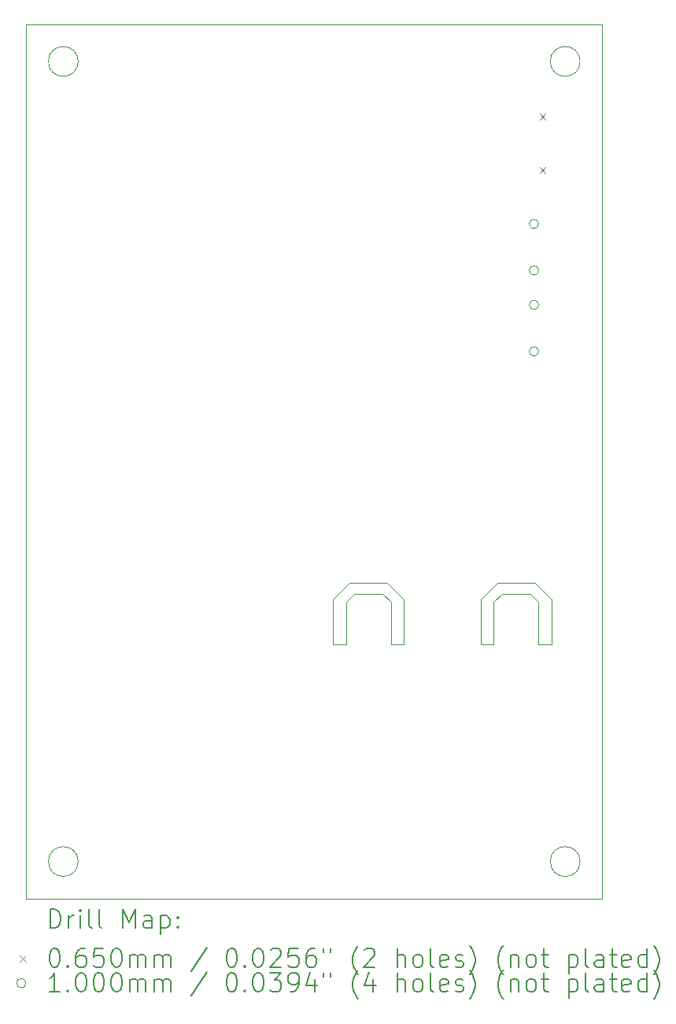
<source format=gbr>
%TF.GenerationSoftware,KiCad,Pcbnew,8.0.7*%
%TF.CreationDate,2025-01-28T00:23:56+01:00*%
%TF.ProjectId,CustomTemperatureController,43757374-6f6d-4546-956d-706572617475,rev?*%
%TF.SameCoordinates,Original*%
%TF.FileFunction,Drillmap*%
%TF.FilePolarity,Positive*%
%FSLAX45Y45*%
G04 Gerber Fmt 4.5, Leading zero omitted, Abs format (unit mm)*
G04 Created by KiCad (PCBNEW 8.0.7) date 2025-01-28 00:23:56*
%MOMM*%
%LPD*%
G01*
G04 APERTURE LIST*
%ADD10C,0.050000*%
%ADD11C,0.200000*%
%ADD12C,0.100000*%
G04 APERTURE END LIST*
D10*
X13860000Y-14600000D02*
G75*
G02*
X13540000Y-14600000I-160000J0D01*
G01*
X13540000Y-14600000D02*
G75*
G02*
X13860000Y-14600000I160000J0D01*
G01*
X8460000Y-14600000D02*
G75*
G02*
X8140000Y-14600000I-160000J0D01*
G01*
X8140000Y-14600000D02*
G75*
G02*
X8460000Y-14600000I160000J0D01*
G01*
X8460000Y-6000000D02*
G75*
G02*
X8140000Y-6000000I-160000J0D01*
G01*
X8140000Y-6000000D02*
G75*
G02*
X8460000Y-6000000I160000J0D01*
G01*
X13860000Y-6000000D02*
G75*
G02*
X13540000Y-6000000I-160000J0D01*
G01*
X13540000Y-6000000D02*
G75*
G02*
X13860000Y-6000000I160000J0D01*
G01*
X12788900Y-12268200D02*
X12788900Y-11785600D01*
X13373100Y-11607800D02*
X13550900Y-11785600D01*
X13322300Y-11722100D02*
X13411200Y-11811000D01*
X13411200Y-12268200D02*
X13411200Y-11811000D01*
X13550900Y-12268200D02*
X13550900Y-11785600D01*
X13373100Y-11607800D02*
X12966700Y-11607800D01*
X13017500Y-11722100D02*
X12928600Y-11811000D01*
X13550900Y-12268200D02*
X13411200Y-12268200D01*
X12928600Y-11811000D02*
X12928600Y-12268200D01*
X12928600Y-12268200D02*
X12788900Y-12268200D01*
X13322300Y-11722100D02*
X13017500Y-11722100D01*
X12788900Y-11785600D02*
X12966700Y-11607800D01*
X11201400Y-11785600D02*
X11379200Y-11607800D01*
X11785600Y-11607800D02*
X11379200Y-11607800D01*
X11785600Y-11607800D02*
X11963400Y-11785600D01*
X11963400Y-12268200D02*
X11823700Y-12268200D01*
X11734800Y-11722100D02*
X11823700Y-11811000D01*
X11823700Y-12268200D02*
X11823700Y-11811000D01*
X11963400Y-12268200D02*
X11963400Y-11785600D01*
X11201400Y-12268200D02*
X11201400Y-11785600D01*
X11341100Y-12268200D02*
X11201400Y-12268200D01*
X11341100Y-11811000D02*
X11341100Y-12268200D01*
X11430000Y-11722100D02*
X11341100Y-11811000D01*
X11734800Y-11722100D02*
X11430000Y-11722100D01*
X14100000Y-5600000D02*
X7900000Y-5600000D01*
X7900000Y-15000000D02*
X14100000Y-15000000D01*
X14100000Y-15000000D02*
X14100000Y-5600000D01*
X7900000Y-5600000D02*
X7900000Y-15000000D01*
D11*
D12*
X13425680Y-6557750D02*
X13490680Y-6622750D01*
X13490680Y-6557750D02*
X13425680Y-6622750D01*
X13425680Y-7135750D02*
X13490680Y-7200750D01*
X13490680Y-7135750D02*
X13425680Y-7200750D01*
X13414400Y-7746250D02*
G75*
G02*
X13314400Y-7746250I-50000J0D01*
G01*
X13314400Y-7746250D02*
G75*
G02*
X13414400Y-7746250I50000J0D01*
G01*
X13414400Y-8246250D02*
G75*
G02*
X13314400Y-8246250I-50000J0D01*
G01*
X13314400Y-8246250D02*
G75*
G02*
X13414400Y-8246250I50000J0D01*
G01*
X13414400Y-8617050D02*
G75*
G02*
X13314400Y-8617050I-50000J0D01*
G01*
X13314400Y-8617050D02*
G75*
G02*
X13414400Y-8617050I50000J0D01*
G01*
X13414400Y-9117050D02*
G75*
G02*
X13314400Y-9117050I-50000J0D01*
G01*
X13314400Y-9117050D02*
G75*
G02*
X13414400Y-9117050I50000J0D01*
G01*
D11*
X8158277Y-15313984D02*
X8158277Y-15113984D01*
X8158277Y-15113984D02*
X8205896Y-15113984D01*
X8205896Y-15113984D02*
X8234467Y-15123508D01*
X8234467Y-15123508D02*
X8253515Y-15142555D01*
X8253515Y-15142555D02*
X8263039Y-15161603D01*
X8263039Y-15161603D02*
X8272562Y-15199698D01*
X8272562Y-15199698D02*
X8272562Y-15228269D01*
X8272562Y-15228269D02*
X8263039Y-15266365D01*
X8263039Y-15266365D02*
X8253515Y-15285412D01*
X8253515Y-15285412D02*
X8234467Y-15304460D01*
X8234467Y-15304460D02*
X8205896Y-15313984D01*
X8205896Y-15313984D02*
X8158277Y-15313984D01*
X8358277Y-15313984D02*
X8358277Y-15180650D01*
X8358277Y-15218746D02*
X8367801Y-15199698D01*
X8367801Y-15199698D02*
X8377324Y-15190174D01*
X8377324Y-15190174D02*
X8396372Y-15180650D01*
X8396372Y-15180650D02*
X8415420Y-15180650D01*
X8482086Y-15313984D02*
X8482086Y-15180650D01*
X8482086Y-15113984D02*
X8472563Y-15123508D01*
X8472563Y-15123508D02*
X8482086Y-15133031D01*
X8482086Y-15133031D02*
X8491610Y-15123508D01*
X8491610Y-15123508D02*
X8482086Y-15113984D01*
X8482086Y-15113984D02*
X8482086Y-15133031D01*
X8605896Y-15313984D02*
X8586848Y-15304460D01*
X8586848Y-15304460D02*
X8577324Y-15285412D01*
X8577324Y-15285412D02*
X8577324Y-15113984D01*
X8710658Y-15313984D02*
X8691610Y-15304460D01*
X8691610Y-15304460D02*
X8682086Y-15285412D01*
X8682086Y-15285412D02*
X8682086Y-15113984D01*
X8939229Y-15313984D02*
X8939229Y-15113984D01*
X8939229Y-15113984D02*
X9005896Y-15256841D01*
X9005896Y-15256841D02*
X9072563Y-15113984D01*
X9072563Y-15113984D02*
X9072563Y-15313984D01*
X9253515Y-15313984D02*
X9253515Y-15209222D01*
X9253515Y-15209222D02*
X9243991Y-15190174D01*
X9243991Y-15190174D02*
X9224944Y-15180650D01*
X9224944Y-15180650D02*
X9186848Y-15180650D01*
X9186848Y-15180650D02*
X9167801Y-15190174D01*
X9253515Y-15304460D02*
X9234467Y-15313984D01*
X9234467Y-15313984D02*
X9186848Y-15313984D01*
X9186848Y-15313984D02*
X9167801Y-15304460D01*
X9167801Y-15304460D02*
X9158277Y-15285412D01*
X9158277Y-15285412D02*
X9158277Y-15266365D01*
X9158277Y-15266365D02*
X9167801Y-15247317D01*
X9167801Y-15247317D02*
X9186848Y-15237793D01*
X9186848Y-15237793D02*
X9234467Y-15237793D01*
X9234467Y-15237793D02*
X9253515Y-15228269D01*
X9348753Y-15180650D02*
X9348753Y-15380650D01*
X9348753Y-15190174D02*
X9367801Y-15180650D01*
X9367801Y-15180650D02*
X9405896Y-15180650D01*
X9405896Y-15180650D02*
X9424944Y-15190174D01*
X9424944Y-15190174D02*
X9434467Y-15199698D01*
X9434467Y-15199698D02*
X9443991Y-15218746D01*
X9443991Y-15218746D02*
X9443991Y-15275888D01*
X9443991Y-15275888D02*
X9434467Y-15294936D01*
X9434467Y-15294936D02*
X9424944Y-15304460D01*
X9424944Y-15304460D02*
X9405896Y-15313984D01*
X9405896Y-15313984D02*
X9367801Y-15313984D01*
X9367801Y-15313984D02*
X9348753Y-15304460D01*
X9529705Y-15294936D02*
X9539229Y-15304460D01*
X9539229Y-15304460D02*
X9529705Y-15313984D01*
X9529705Y-15313984D02*
X9520182Y-15304460D01*
X9520182Y-15304460D02*
X9529705Y-15294936D01*
X9529705Y-15294936D02*
X9529705Y-15313984D01*
X9529705Y-15190174D02*
X9539229Y-15199698D01*
X9539229Y-15199698D02*
X9529705Y-15209222D01*
X9529705Y-15209222D02*
X9520182Y-15199698D01*
X9520182Y-15199698D02*
X9529705Y-15190174D01*
X9529705Y-15190174D02*
X9529705Y-15209222D01*
D12*
X7832500Y-15610000D02*
X7897500Y-15675000D01*
X7897500Y-15610000D02*
X7832500Y-15675000D01*
D11*
X8196372Y-15533984D02*
X8215420Y-15533984D01*
X8215420Y-15533984D02*
X8234467Y-15543508D01*
X8234467Y-15543508D02*
X8243991Y-15553031D01*
X8243991Y-15553031D02*
X8253515Y-15572079D01*
X8253515Y-15572079D02*
X8263039Y-15610174D01*
X8263039Y-15610174D02*
X8263039Y-15657793D01*
X8263039Y-15657793D02*
X8253515Y-15695888D01*
X8253515Y-15695888D02*
X8243991Y-15714936D01*
X8243991Y-15714936D02*
X8234467Y-15724460D01*
X8234467Y-15724460D02*
X8215420Y-15733984D01*
X8215420Y-15733984D02*
X8196372Y-15733984D01*
X8196372Y-15733984D02*
X8177324Y-15724460D01*
X8177324Y-15724460D02*
X8167801Y-15714936D01*
X8167801Y-15714936D02*
X8158277Y-15695888D01*
X8158277Y-15695888D02*
X8148753Y-15657793D01*
X8148753Y-15657793D02*
X8148753Y-15610174D01*
X8148753Y-15610174D02*
X8158277Y-15572079D01*
X8158277Y-15572079D02*
X8167801Y-15553031D01*
X8167801Y-15553031D02*
X8177324Y-15543508D01*
X8177324Y-15543508D02*
X8196372Y-15533984D01*
X8348753Y-15714936D02*
X8358277Y-15724460D01*
X8358277Y-15724460D02*
X8348753Y-15733984D01*
X8348753Y-15733984D02*
X8339229Y-15724460D01*
X8339229Y-15724460D02*
X8348753Y-15714936D01*
X8348753Y-15714936D02*
X8348753Y-15733984D01*
X8529705Y-15533984D02*
X8491610Y-15533984D01*
X8491610Y-15533984D02*
X8472563Y-15543508D01*
X8472563Y-15543508D02*
X8463039Y-15553031D01*
X8463039Y-15553031D02*
X8443991Y-15581603D01*
X8443991Y-15581603D02*
X8434467Y-15619698D01*
X8434467Y-15619698D02*
X8434467Y-15695888D01*
X8434467Y-15695888D02*
X8443991Y-15714936D01*
X8443991Y-15714936D02*
X8453515Y-15724460D01*
X8453515Y-15724460D02*
X8472563Y-15733984D01*
X8472563Y-15733984D02*
X8510658Y-15733984D01*
X8510658Y-15733984D02*
X8529705Y-15724460D01*
X8529705Y-15724460D02*
X8539229Y-15714936D01*
X8539229Y-15714936D02*
X8548753Y-15695888D01*
X8548753Y-15695888D02*
X8548753Y-15648269D01*
X8548753Y-15648269D02*
X8539229Y-15629222D01*
X8539229Y-15629222D02*
X8529705Y-15619698D01*
X8529705Y-15619698D02*
X8510658Y-15610174D01*
X8510658Y-15610174D02*
X8472563Y-15610174D01*
X8472563Y-15610174D02*
X8453515Y-15619698D01*
X8453515Y-15619698D02*
X8443991Y-15629222D01*
X8443991Y-15629222D02*
X8434467Y-15648269D01*
X8729705Y-15533984D02*
X8634467Y-15533984D01*
X8634467Y-15533984D02*
X8624944Y-15629222D01*
X8624944Y-15629222D02*
X8634467Y-15619698D01*
X8634467Y-15619698D02*
X8653515Y-15610174D01*
X8653515Y-15610174D02*
X8701134Y-15610174D01*
X8701134Y-15610174D02*
X8720182Y-15619698D01*
X8720182Y-15619698D02*
X8729705Y-15629222D01*
X8729705Y-15629222D02*
X8739229Y-15648269D01*
X8739229Y-15648269D02*
X8739229Y-15695888D01*
X8739229Y-15695888D02*
X8729705Y-15714936D01*
X8729705Y-15714936D02*
X8720182Y-15724460D01*
X8720182Y-15724460D02*
X8701134Y-15733984D01*
X8701134Y-15733984D02*
X8653515Y-15733984D01*
X8653515Y-15733984D02*
X8634467Y-15724460D01*
X8634467Y-15724460D02*
X8624944Y-15714936D01*
X8863039Y-15533984D02*
X8882086Y-15533984D01*
X8882086Y-15533984D02*
X8901134Y-15543508D01*
X8901134Y-15543508D02*
X8910658Y-15553031D01*
X8910658Y-15553031D02*
X8920182Y-15572079D01*
X8920182Y-15572079D02*
X8929705Y-15610174D01*
X8929705Y-15610174D02*
X8929705Y-15657793D01*
X8929705Y-15657793D02*
X8920182Y-15695888D01*
X8920182Y-15695888D02*
X8910658Y-15714936D01*
X8910658Y-15714936D02*
X8901134Y-15724460D01*
X8901134Y-15724460D02*
X8882086Y-15733984D01*
X8882086Y-15733984D02*
X8863039Y-15733984D01*
X8863039Y-15733984D02*
X8843991Y-15724460D01*
X8843991Y-15724460D02*
X8834467Y-15714936D01*
X8834467Y-15714936D02*
X8824944Y-15695888D01*
X8824944Y-15695888D02*
X8815420Y-15657793D01*
X8815420Y-15657793D02*
X8815420Y-15610174D01*
X8815420Y-15610174D02*
X8824944Y-15572079D01*
X8824944Y-15572079D02*
X8834467Y-15553031D01*
X8834467Y-15553031D02*
X8843991Y-15543508D01*
X8843991Y-15543508D02*
X8863039Y-15533984D01*
X9015420Y-15733984D02*
X9015420Y-15600650D01*
X9015420Y-15619698D02*
X9024944Y-15610174D01*
X9024944Y-15610174D02*
X9043991Y-15600650D01*
X9043991Y-15600650D02*
X9072563Y-15600650D01*
X9072563Y-15600650D02*
X9091610Y-15610174D01*
X9091610Y-15610174D02*
X9101134Y-15629222D01*
X9101134Y-15629222D02*
X9101134Y-15733984D01*
X9101134Y-15629222D02*
X9110658Y-15610174D01*
X9110658Y-15610174D02*
X9129705Y-15600650D01*
X9129705Y-15600650D02*
X9158277Y-15600650D01*
X9158277Y-15600650D02*
X9177325Y-15610174D01*
X9177325Y-15610174D02*
X9186848Y-15629222D01*
X9186848Y-15629222D02*
X9186848Y-15733984D01*
X9282086Y-15733984D02*
X9282086Y-15600650D01*
X9282086Y-15619698D02*
X9291610Y-15610174D01*
X9291610Y-15610174D02*
X9310658Y-15600650D01*
X9310658Y-15600650D02*
X9339229Y-15600650D01*
X9339229Y-15600650D02*
X9358277Y-15610174D01*
X9358277Y-15610174D02*
X9367801Y-15629222D01*
X9367801Y-15629222D02*
X9367801Y-15733984D01*
X9367801Y-15629222D02*
X9377325Y-15610174D01*
X9377325Y-15610174D02*
X9396372Y-15600650D01*
X9396372Y-15600650D02*
X9424944Y-15600650D01*
X9424944Y-15600650D02*
X9443991Y-15610174D01*
X9443991Y-15610174D02*
X9453515Y-15629222D01*
X9453515Y-15629222D02*
X9453515Y-15733984D01*
X9843991Y-15524460D02*
X9672563Y-15781603D01*
X10101134Y-15533984D02*
X10120182Y-15533984D01*
X10120182Y-15533984D02*
X10139229Y-15543508D01*
X10139229Y-15543508D02*
X10148753Y-15553031D01*
X10148753Y-15553031D02*
X10158277Y-15572079D01*
X10158277Y-15572079D02*
X10167801Y-15610174D01*
X10167801Y-15610174D02*
X10167801Y-15657793D01*
X10167801Y-15657793D02*
X10158277Y-15695888D01*
X10158277Y-15695888D02*
X10148753Y-15714936D01*
X10148753Y-15714936D02*
X10139229Y-15724460D01*
X10139229Y-15724460D02*
X10120182Y-15733984D01*
X10120182Y-15733984D02*
X10101134Y-15733984D01*
X10101134Y-15733984D02*
X10082087Y-15724460D01*
X10082087Y-15724460D02*
X10072563Y-15714936D01*
X10072563Y-15714936D02*
X10063039Y-15695888D01*
X10063039Y-15695888D02*
X10053515Y-15657793D01*
X10053515Y-15657793D02*
X10053515Y-15610174D01*
X10053515Y-15610174D02*
X10063039Y-15572079D01*
X10063039Y-15572079D02*
X10072563Y-15553031D01*
X10072563Y-15553031D02*
X10082087Y-15543508D01*
X10082087Y-15543508D02*
X10101134Y-15533984D01*
X10253515Y-15714936D02*
X10263039Y-15724460D01*
X10263039Y-15724460D02*
X10253515Y-15733984D01*
X10253515Y-15733984D02*
X10243991Y-15724460D01*
X10243991Y-15724460D02*
X10253515Y-15714936D01*
X10253515Y-15714936D02*
X10253515Y-15733984D01*
X10386848Y-15533984D02*
X10405896Y-15533984D01*
X10405896Y-15533984D02*
X10424944Y-15543508D01*
X10424944Y-15543508D02*
X10434468Y-15553031D01*
X10434468Y-15553031D02*
X10443991Y-15572079D01*
X10443991Y-15572079D02*
X10453515Y-15610174D01*
X10453515Y-15610174D02*
X10453515Y-15657793D01*
X10453515Y-15657793D02*
X10443991Y-15695888D01*
X10443991Y-15695888D02*
X10434468Y-15714936D01*
X10434468Y-15714936D02*
X10424944Y-15724460D01*
X10424944Y-15724460D02*
X10405896Y-15733984D01*
X10405896Y-15733984D02*
X10386848Y-15733984D01*
X10386848Y-15733984D02*
X10367801Y-15724460D01*
X10367801Y-15724460D02*
X10358277Y-15714936D01*
X10358277Y-15714936D02*
X10348753Y-15695888D01*
X10348753Y-15695888D02*
X10339229Y-15657793D01*
X10339229Y-15657793D02*
X10339229Y-15610174D01*
X10339229Y-15610174D02*
X10348753Y-15572079D01*
X10348753Y-15572079D02*
X10358277Y-15553031D01*
X10358277Y-15553031D02*
X10367801Y-15543508D01*
X10367801Y-15543508D02*
X10386848Y-15533984D01*
X10529706Y-15553031D02*
X10539229Y-15543508D01*
X10539229Y-15543508D02*
X10558277Y-15533984D01*
X10558277Y-15533984D02*
X10605896Y-15533984D01*
X10605896Y-15533984D02*
X10624944Y-15543508D01*
X10624944Y-15543508D02*
X10634468Y-15553031D01*
X10634468Y-15553031D02*
X10643991Y-15572079D01*
X10643991Y-15572079D02*
X10643991Y-15591127D01*
X10643991Y-15591127D02*
X10634468Y-15619698D01*
X10634468Y-15619698D02*
X10520182Y-15733984D01*
X10520182Y-15733984D02*
X10643991Y-15733984D01*
X10824944Y-15533984D02*
X10729706Y-15533984D01*
X10729706Y-15533984D02*
X10720182Y-15629222D01*
X10720182Y-15629222D02*
X10729706Y-15619698D01*
X10729706Y-15619698D02*
X10748753Y-15610174D01*
X10748753Y-15610174D02*
X10796372Y-15610174D01*
X10796372Y-15610174D02*
X10815420Y-15619698D01*
X10815420Y-15619698D02*
X10824944Y-15629222D01*
X10824944Y-15629222D02*
X10834468Y-15648269D01*
X10834468Y-15648269D02*
X10834468Y-15695888D01*
X10834468Y-15695888D02*
X10824944Y-15714936D01*
X10824944Y-15714936D02*
X10815420Y-15724460D01*
X10815420Y-15724460D02*
X10796372Y-15733984D01*
X10796372Y-15733984D02*
X10748753Y-15733984D01*
X10748753Y-15733984D02*
X10729706Y-15724460D01*
X10729706Y-15724460D02*
X10720182Y-15714936D01*
X11005896Y-15533984D02*
X10967801Y-15533984D01*
X10967801Y-15533984D02*
X10948753Y-15543508D01*
X10948753Y-15543508D02*
X10939229Y-15553031D01*
X10939229Y-15553031D02*
X10920182Y-15581603D01*
X10920182Y-15581603D02*
X10910658Y-15619698D01*
X10910658Y-15619698D02*
X10910658Y-15695888D01*
X10910658Y-15695888D02*
X10920182Y-15714936D01*
X10920182Y-15714936D02*
X10929706Y-15724460D01*
X10929706Y-15724460D02*
X10948753Y-15733984D01*
X10948753Y-15733984D02*
X10986849Y-15733984D01*
X10986849Y-15733984D02*
X11005896Y-15724460D01*
X11005896Y-15724460D02*
X11015420Y-15714936D01*
X11015420Y-15714936D02*
X11024944Y-15695888D01*
X11024944Y-15695888D02*
X11024944Y-15648269D01*
X11024944Y-15648269D02*
X11015420Y-15629222D01*
X11015420Y-15629222D02*
X11005896Y-15619698D01*
X11005896Y-15619698D02*
X10986849Y-15610174D01*
X10986849Y-15610174D02*
X10948753Y-15610174D01*
X10948753Y-15610174D02*
X10929706Y-15619698D01*
X10929706Y-15619698D02*
X10920182Y-15629222D01*
X10920182Y-15629222D02*
X10910658Y-15648269D01*
X11101134Y-15533984D02*
X11101134Y-15572079D01*
X11177325Y-15533984D02*
X11177325Y-15572079D01*
X11472563Y-15810174D02*
X11463039Y-15800650D01*
X11463039Y-15800650D02*
X11443991Y-15772079D01*
X11443991Y-15772079D02*
X11434468Y-15753031D01*
X11434468Y-15753031D02*
X11424944Y-15724460D01*
X11424944Y-15724460D02*
X11415420Y-15676841D01*
X11415420Y-15676841D02*
X11415420Y-15638746D01*
X11415420Y-15638746D02*
X11424944Y-15591127D01*
X11424944Y-15591127D02*
X11434468Y-15562555D01*
X11434468Y-15562555D02*
X11443991Y-15543508D01*
X11443991Y-15543508D02*
X11463039Y-15514936D01*
X11463039Y-15514936D02*
X11472563Y-15505412D01*
X11539229Y-15553031D02*
X11548753Y-15543508D01*
X11548753Y-15543508D02*
X11567801Y-15533984D01*
X11567801Y-15533984D02*
X11615420Y-15533984D01*
X11615420Y-15533984D02*
X11634468Y-15543508D01*
X11634468Y-15543508D02*
X11643991Y-15553031D01*
X11643991Y-15553031D02*
X11653515Y-15572079D01*
X11653515Y-15572079D02*
X11653515Y-15591127D01*
X11653515Y-15591127D02*
X11643991Y-15619698D01*
X11643991Y-15619698D02*
X11529706Y-15733984D01*
X11529706Y-15733984D02*
X11653515Y-15733984D01*
X11891610Y-15733984D02*
X11891610Y-15533984D01*
X11977325Y-15733984D02*
X11977325Y-15629222D01*
X11977325Y-15629222D02*
X11967801Y-15610174D01*
X11967801Y-15610174D02*
X11948753Y-15600650D01*
X11948753Y-15600650D02*
X11920182Y-15600650D01*
X11920182Y-15600650D02*
X11901134Y-15610174D01*
X11901134Y-15610174D02*
X11891610Y-15619698D01*
X12101134Y-15733984D02*
X12082087Y-15724460D01*
X12082087Y-15724460D02*
X12072563Y-15714936D01*
X12072563Y-15714936D02*
X12063039Y-15695888D01*
X12063039Y-15695888D02*
X12063039Y-15638746D01*
X12063039Y-15638746D02*
X12072563Y-15619698D01*
X12072563Y-15619698D02*
X12082087Y-15610174D01*
X12082087Y-15610174D02*
X12101134Y-15600650D01*
X12101134Y-15600650D02*
X12129706Y-15600650D01*
X12129706Y-15600650D02*
X12148753Y-15610174D01*
X12148753Y-15610174D02*
X12158277Y-15619698D01*
X12158277Y-15619698D02*
X12167801Y-15638746D01*
X12167801Y-15638746D02*
X12167801Y-15695888D01*
X12167801Y-15695888D02*
X12158277Y-15714936D01*
X12158277Y-15714936D02*
X12148753Y-15724460D01*
X12148753Y-15724460D02*
X12129706Y-15733984D01*
X12129706Y-15733984D02*
X12101134Y-15733984D01*
X12282087Y-15733984D02*
X12263039Y-15724460D01*
X12263039Y-15724460D02*
X12253515Y-15705412D01*
X12253515Y-15705412D02*
X12253515Y-15533984D01*
X12434468Y-15724460D02*
X12415420Y-15733984D01*
X12415420Y-15733984D02*
X12377325Y-15733984D01*
X12377325Y-15733984D02*
X12358277Y-15724460D01*
X12358277Y-15724460D02*
X12348753Y-15705412D01*
X12348753Y-15705412D02*
X12348753Y-15629222D01*
X12348753Y-15629222D02*
X12358277Y-15610174D01*
X12358277Y-15610174D02*
X12377325Y-15600650D01*
X12377325Y-15600650D02*
X12415420Y-15600650D01*
X12415420Y-15600650D02*
X12434468Y-15610174D01*
X12434468Y-15610174D02*
X12443991Y-15629222D01*
X12443991Y-15629222D02*
X12443991Y-15648269D01*
X12443991Y-15648269D02*
X12348753Y-15667317D01*
X12520182Y-15724460D02*
X12539230Y-15733984D01*
X12539230Y-15733984D02*
X12577325Y-15733984D01*
X12577325Y-15733984D02*
X12596372Y-15724460D01*
X12596372Y-15724460D02*
X12605896Y-15705412D01*
X12605896Y-15705412D02*
X12605896Y-15695888D01*
X12605896Y-15695888D02*
X12596372Y-15676841D01*
X12596372Y-15676841D02*
X12577325Y-15667317D01*
X12577325Y-15667317D02*
X12548753Y-15667317D01*
X12548753Y-15667317D02*
X12529706Y-15657793D01*
X12529706Y-15657793D02*
X12520182Y-15638746D01*
X12520182Y-15638746D02*
X12520182Y-15629222D01*
X12520182Y-15629222D02*
X12529706Y-15610174D01*
X12529706Y-15610174D02*
X12548753Y-15600650D01*
X12548753Y-15600650D02*
X12577325Y-15600650D01*
X12577325Y-15600650D02*
X12596372Y-15610174D01*
X12672563Y-15810174D02*
X12682087Y-15800650D01*
X12682087Y-15800650D02*
X12701134Y-15772079D01*
X12701134Y-15772079D02*
X12710658Y-15753031D01*
X12710658Y-15753031D02*
X12720182Y-15724460D01*
X12720182Y-15724460D02*
X12729706Y-15676841D01*
X12729706Y-15676841D02*
X12729706Y-15638746D01*
X12729706Y-15638746D02*
X12720182Y-15591127D01*
X12720182Y-15591127D02*
X12710658Y-15562555D01*
X12710658Y-15562555D02*
X12701134Y-15543508D01*
X12701134Y-15543508D02*
X12682087Y-15514936D01*
X12682087Y-15514936D02*
X12672563Y-15505412D01*
X13034468Y-15810174D02*
X13024944Y-15800650D01*
X13024944Y-15800650D02*
X13005896Y-15772079D01*
X13005896Y-15772079D02*
X12996372Y-15753031D01*
X12996372Y-15753031D02*
X12986849Y-15724460D01*
X12986849Y-15724460D02*
X12977325Y-15676841D01*
X12977325Y-15676841D02*
X12977325Y-15638746D01*
X12977325Y-15638746D02*
X12986849Y-15591127D01*
X12986849Y-15591127D02*
X12996372Y-15562555D01*
X12996372Y-15562555D02*
X13005896Y-15543508D01*
X13005896Y-15543508D02*
X13024944Y-15514936D01*
X13024944Y-15514936D02*
X13034468Y-15505412D01*
X13110658Y-15600650D02*
X13110658Y-15733984D01*
X13110658Y-15619698D02*
X13120182Y-15610174D01*
X13120182Y-15610174D02*
X13139230Y-15600650D01*
X13139230Y-15600650D02*
X13167801Y-15600650D01*
X13167801Y-15600650D02*
X13186849Y-15610174D01*
X13186849Y-15610174D02*
X13196372Y-15629222D01*
X13196372Y-15629222D02*
X13196372Y-15733984D01*
X13320182Y-15733984D02*
X13301134Y-15724460D01*
X13301134Y-15724460D02*
X13291611Y-15714936D01*
X13291611Y-15714936D02*
X13282087Y-15695888D01*
X13282087Y-15695888D02*
X13282087Y-15638746D01*
X13282087Y-15638746D02*
X13291611Y-15619698D01*
X13291611Y-15619698D02*
X13301134Y-15610174D01*
X13301134Y-15610174D02*
X13320182Y-15600650D01*
X13320182Y-15600650D02*
X13348753Y-15600650D01*
X13348753Y-15600650D02*
X13367801Y-15610174D01*
X13367801Y-15610174D02*
X13377325Y-15619698D01*
X13377325Y-15619698D02*
X13386849Y-15638746D01*
X13386849Y-15638746D02*
X13386849Y-15695888D01*
X13386849Y-15695888D02*
X13377325Y-15714936D01*
X13377325Y-15714936D02*
X13367801Y-15724460D01*
X13367801Y-15724460D02*
X13348753Y-15733984D01*
X13348753Y-15733984D02*
X13320182Y-15733984D01*
X13443992Y-15600650D02*
X13520182Y-15600650D01*
X13472563Y-15533984D02*
X13472563Y-15705412D01*
X13472563Y-15705412D02*
X13482087Y-15724460D01*
X13482087Y-15724460D02*
X13501134Y-15733984D01*
X13501134Y-15733984D02*
X13520182Y-15733984D01*
X13739230Y-15600650D02*
X13739230Y-15800650D01*
X13739230Y-15610174D02*
X13758277Y-15600650D01*
X13758277Y-15600650D02*
X13796373Y-15600650D01*
X13796373Y-15600650D02*
X13815420Y-15610174D01*
X13815420Y-15610174D02*
X13824944Y-15619698D01*
X13824944Y-15619698D02*
X13834468Y-15638746D01*
X13834468Y-15638746D02*
X13834468Y-15695888D01*
X13834468Y-15695888D02*
X13824944Y-15714936D01*
X13824944Y-15714936D02*
X13815420Y-15724460D01*
X13815420Y-15724460D02*
X13796373Y-15733984D01*
X13796373Y-15733984D02*
X13758277Y-15733984D01*
X13758277Y-15733984D02*
X13739230Y-15724460D01*
X13948753Y-15733984D02*
X13929706Y-15724460D01*
X13929706Y-15724460D02*
X13920182Y-15705412D01*
X13920182Y-15705412D02*
X13920182Y-15533984D01*
X14110658Y-15733984D02*
X14110658Y-15629222D01*
X14110658Y-15629222D02*
X14101134Y-15610174D01*
X14101134Y-15610174D02*
X14082087Y-15600650D01*
X14082087Y-15600650D02*
X14043992Y-15600650D01*
X14043992Y-15600650D02*
X14024944Y-15610174D01*
X14110658Y-15724460D02*
X14091611Y-15733984D01*
X14091611Y-15733984D02*
X14043992Y-15733984D01*
X14043992Y-15733984D02*
X14024944Y-15724460D01*
X14024944Y-15724460D02*
X14015420Y-15705412D01*
X14015420Y-15705412D02*
X14015420Y-15686365D01*
X14015420Y-15686365D02*
X14024944Y-15667317D01*
X14024944Y-15667317D02*
X14043992Y-15657793D01*
X14043992Y-15657793D02*
X14091611Y-15657793D01*
X14091611Y-15657793D02*
X14110658Y-15648269D01*
X14177325Y-15600650D02*
X14253515Y-15600650D01*
X14205896Y-15533984D02*
X14205896Y-15705412D01*
X14205896Y-15705412D02*
X14215420Y-15724460D01*
X14215420Y-15724460D02*
X14234468Y-15733984D01*
X14234468Y-15733984D02*
X14253515Y-15733984D01*
X14396373Y-15724460D02*
X14377325Y-15733984D01*
X14377325Y-15733984D02*
X14339230Y-15733984D01*
X14339230Y-15733984D02*
X14320182Y-15724460D01*
X14320182Y-15724460D02*
X14310658Y-15705412D01*
X14310658Y-15705412D02*
X14310658Y-15629222D01*
X14310658Y-15629222D02*
X14320182Y-15610174D01*
X14320182Y-15610174D02*
X14339230Y-15600650D01*
X14339230Y-15600650D02*
X14377325Y-15600650D01*
X14377325Y-15600650D02*
X14396373Y-15610174D01*
X14396373Y-15610174D02*
X14405896Y-15629222D01*
X14405896Y-15629222D02*
X14405896Y-15648269D01*
X14405896Y-15648269D02*
X14310658Y-15667317D01*
X14577325Y-15733984D02*
X14577325Y-15533984D01*
X14577325Y-15724460D02*
X14558277Y-15733984D01*
X14558277Y-15733984D02*
X14520182Y-15733984D01*
X14520182Y-15733984D02*
X14501134Y-15724460D01*
X14501134Y-15724460D02*
X14491611Y-15714936D01*
X14491611Y-15714936D02*
X14482087Y-15695888D01*
X14482087Y-15695888D02*
X14482087Y-15638746D01*
X14482087Y-15638746D02*
X14491611Y-15619698D01*
X14491611Y-15619698D02*
X14501134Y-15610174D01*
X14501134Y-15610174D02*
X14520182Y-15600650D01*
X14520182Y-15600650D02*
X14558277Y-15600650D01*
X14558277Y-15600650D02*
X14577325Y-15610174D01*
X14653515Y-15810174D02*
X14663039Y-15800650D01*
X14663039Y-15800650D02*
X14682087Y-15772079D01*
X14682087Y-15772079D02*
X14691611Y-15753031D01*
X14691611Y-15753031D02*
X14701134Y-15724460D01*
X14701134Y-15724460D02*
X14710658Y-15676841D01*
X14710658Y-15676841D02*
X14710658Y-15638746D01*
X14710658Y-15638746D02*
X14701134Y-15591127D01*
X14701134Y-15591127D02*
X14691611Y-15562555D01*
X14691611Y-15562555D02*
X14682087Y-15543508D01*
X14682087Y-15543508D02*
X14663039Y-15514936D01*
X14663039Y-15514936D02*
X14653515Y-15505412D01*
D12*
X7897500Y-15906500D02*
G75*
G02*
X7797500Y-15906500I-50000J0D01*
G01*
X7797500Y-15906500D02*
G75*
G02*
X7897500Y-15906500I50000J0D01*
G01*
D11*
X8263039Y-15997984D02*
X8148753Y-15997984D01*
X8205896Y-15997984D02*
X8205896Y-15797984D01*
X8205896Y-15797984D02*
X8186848Y-15826555D01*
X8186848Y-15826555D02*
X8167801Y-15845603D01*
X8167801Y-15845603D02*
X8148753Y-15855127D01*
X8348753Y-15978936D02*
X8358277Y-15988460D01*
X8358277Y-15988460D02*
X8348753Y-15997984D01*
X8348753Y-15997984D02*
X8339229Y-15988460D01*
X8339229Y-15988460D02*
X8348753Y-15978936D01*
X8348753Y-15978936D02*
X8348753Y-15997984D01*
X8482086Y-15797984D02*
X8501134Y-15797984D01*
X8501134Y-15797984D02*
X8520182Y-15807508D01*
X8520182Y-15807508D02*
X8529705Y-15817031D01*
X8529705Y-15817031D02*
X8539229Y-15836079D01*
X8539229Y-15836079D02*
X8548753Y-15874174D01*
X8548753Y-15874174D02*
X8548753Y-15921793D01*
X8548753Y-15921793D02*
X8539229Y-15959888D01*
X8539229Y-15959888D02*
X8529705Y-15978936D01*
X8529705Y-15978936D02*
X8520182Y-15988460D01*
X8520182Y-15988460D02*
X8501134Y-15997984D01*
X8501134Y-15997984D02*
X8482086Y-15997984D01*
X8482086Y-15997984D02*
X8463039Y-15988460D01*
X8463039Y-15988460D02*
X8453515Y-15978936D01*
X8453515Y-15978936D02*
X8443991Y-15959888D01*
X8443991Y-15959888D02*
X8434467Y-15921793D01*
X8434467Y-15921793D02*
X8434467Y-15874174D01*
X8434467Y-15874174D02*
X8443991Y-15836079D01*
X8443991Y-15836079D02*
X8453515Y-15817031D01*
X8453515Y-15817031D02*
X8463039Y-15807508D01*
X8463039Y-15807508D02*
X8482086Y-15797984D01*
X8672563Y-15797984D02*
X8691610Y-15797984D01*
X8691610Y-15797984D02*
X8710658Y-15807508D01*
X8710658Y-15807508D02*
X8720182Y-15817031D01*
X8720182Y-15817031D02*
X8729705Y-15836079D01*
X8729705Y-15836079D02*
X8739229Y-15874174D01*
X8739229Y-15874174D02*
X8739229Y-15921793D01*
X8739229Y-15921793D02*
X8729705Y-15959888D01*
X8729705Y-15959888D02*
X8720182Y-15978936D01*
X8720182Y-15978936D02*
X8710658Y-15988460D01*
X8710658Y-15988460D02*
X8691610Y-15997984D01*
X8691610Y-15997984D02*
X8672563Y-15997984D01*
X8672563Y-15997984D02*
X8653515Y-15988460D01*
X8653515Y-15988460D02*
X8643991Y-15978936D01*
X8643991Y-15978936D02*
X8634467Y-15959888D01*
X8634467Y-15959888D02*
X8624944Y-15921793D01*
X8624944Y-15921793D02*
X8624944Y-15874174D01*
X8624944Y-15874174D02*
X8634467Y-15836079D01*
X8634467Y-15836079D02*
X8643991Y-15817031D01*
X8643991Y-15817031D02*
X8653515Y-15807508D01*
X8653515Y-15807508D02*
X8672563Y-15797984D01*
X8863039Y-15797984D02*
X8882086Y-15797984D01*
X8882086Y-15797984D02*
X8901134Y-15807508D01*
X8901134Y-15807508D02*
X8910658Y-15817031D01*
X8910658Y-15817031D02*
X8920182Y-15836079D01*
X8920182Y-15836079D02*
X8929705Y-15874174D01*
X8929705Y-15874174D02*
X8929705Y-15921793D01*
X8929705Y-15921793D02*
X8920182Y-15959888D01*
X8920182Y-15959888D02*
X8910658Y-15978936D01*
X8910658Y-15978936D02*
X8901134Y-15988460D01*
X8901134Y-15988460D02*
X8882086Y-15997984D01*
X8882086Y-15997984D02*
X8863039Y-15997984D01*
X8863039Y-15997984D02*
X8843991Y-15988460D01*
X8843991Y-15988460D02*
X8834467Y-15978936D01*
X8834467Y-15978936D02*
X8824944Y-15959888D01*
X8824944Y-15959888D02*
X8815420Y-15921793D01*
X8815420Y-15921793D02*
X8815420Y-15874174D01*
X8815420Y-15874174D02*
X8824944Y-15836079D01*
X8824944Y-15836079D02*
X8834467Y-15817031D01*
X8834467Y-15817031D02*
X8843991Y-15807508D01*
X8843991Y-15807508D02*
X8863039Y-15797984D01*
X9015420Y-15997984D02*
X9015420Y-15864650D01*
X9015420Y-15883698D02*
X9024944Y-15874174D01*
X9024944Y-15874174D02*
X9043991Y-15864650D01*
X9043991Y-15864650D02*
X9072563Y-15864650D01*
X9072563Y-15864650D02*
X9091610Y-15874174D01*
X9091610Y-15874174D02*
X9101134Y-15893222D01*
X9101134Y-15893222D02*
X9101134Y-15997984D01*
X9101134Y-15893222D02*
X9110658Y-15874174D01*
X9110658Y-15874174D02*
X9129705Y-15864650D01*
X9129705Y-15864650D02*
X9158277Y-15864650D01*
X9158277Y-15864650D02*
X9177325Y-15874174D01*
X9177325Y-15874174D02*
X9186848Y-15893222D01*
X9186848Y-15893222D02*
X9186848Y-15997984D01*
X9282086Y-15997984D02*
X9282086Y-15864650D01*
X9282086Y-15883698D02*
X9291610Y-15874174D01*
X9291610Y-15874174D02*
X9310658Y-15864650D01*
X9310658Y-15864650D02*
X9339229Y-15864650D01*
X9339229Y-15864650D02*
X9358277Y-15874174D01*
X9358277Y-15874174D02*
X9367801Y-15893222D01*
X9367801Y-15893222D02*
X9367801Y-15997984D01*
X9367801Y-15893222D02*
X9377325Y-15874174D01*
X9377325Y-15874174D02*
X9396372Y-15864650D01*
X9396372Y-15864650D02*
X9424944Y-15864650D01*
X9424944Y-15864650D02*
X9443991Y-15874174D01*
X9443991Y-15874174D02*
X9453515Y-15893222D01*
X9453515Y-15893222D02*
X9453515Y-15997984D01*
X9843991Y-15788460D02*
X9672563Y-16045603D01*
X10101134Y-15797984D02*
X10120182Y-15797984D01*
X10120182Y-15797984D02*
X10139229Y-15807508D01*
X10139229Y-15807508D02*
X10148753Y-15817031D01*
X10148753Y-15817031D02*
X10158277Y-15836079D01*
X10158277Y-15836079D02*
X10167801Y-15874174D01*
X10167801Y-15874174D02*
X10167801Y-15921793D01*
X10167801Y-15921793D02*
X10158277Y-15959888D01*
X10158277Y-15959888D02*
X10148753Y-15978936D01*
X10148753Y-15978936D02*
X10139229Y-15988460D01*
X10139229Y-15988460D02*
X10120182Y-15997984D01*
X10120182Y-15997984D02*
X10101134Y-15997984D01*
X10101134Y-15997984D02*
X10082087Y-15988460D01*
X10082087Y-15988460D02*
X10072563Y-15978936D01*
X10072563Y-15978936D02*
X10063039Y-15959888D01*
X10063039Y-15959888D02*
X10053515Y-15921793D01*
X10053515Y-15921793D02*
X10053515Y-15874174D01*
X10053515Y-15874174D02*
X10063039Y-15836079D01*
X10063039Y-15836079D02*
X10072563Y-15817031D01*
X10072563Y-15817031D02*
X10082087Y-15807508D01*
X10082087Y-15807508D02*
X10101134Y-15797984D01*
X10253515Y-15978936D02*
X10263039Y-15988460D01*
X10263039Y-15988460D02*
X10253515Y-15997984D01*
X10253515Y-15997984D02*
X10243991Y-15988460D01*
X10243991Y-15988460D02*
X10253515Y-15978936D01*
X10253515Y-15978936D02*
X10253515Y-15997984D01*
X10386848Y-15797984D02*
X10405896Y-15797984D01*
X10405896Y-15797984D02*
X10424944Y-15807508D01*
X10424944Y-15807508D02*
X10434468Y-15817031D01*
X10434468Y-15817031D02*
X10443991Y-15836079D01*
X10443991Y-15836079D02*
X10453515Y-15874174D01*
X10453515Y-15874174D02*
X10453515Y-15921793D01*
X10453515Y-15921793D02*
X10443991Y-15959888D01*
X10443991Y-15959888D02*
X10434468Y-15978936D01*
X10434468Y-15978936D02*
X10424944Y-15988460D01*
X10424944Y-15988460D02*
X10405896Y-15997984D01*
X10405896Y-15997984D02*
X10386848Y-15997984D01*
X10386848Y-15997984D02*
X10367801Y-15988460D01*
X10367801Y-15988460D02*
X10358277Y-15978936D01*
X10358277Y-15978936D02*
X10348753Y-15959888D01*
X10348753Y-15959888D02*
X10339229Y-15921793D01*
X10339229Y-15921793D02*
X10339229Y-15874174D01*
X10339229Y-15874174D02*
X10348753Y-15836079D01*
X10348753Y-15836079D02*
X10358277Y-15817031D01*
X10358277Y-15817031D02*
X10367801Y-15807508D01*
X10367801Y-15807508D02*
X10386848Y-15797984D01*
X10520182Y-15797984D02*
X10643991Y-15797984D01*
X10643991Y-15797984D02*
X10577325Y-15874174D01*
X10577325Y-15874174D02*
X10605896Y-15874174D01*
X10605896Y-15874174D02*
X10624944Y-15883698D01*
X10624944Y-15883698D02*
X10634468Y-15893222D01*
X10634468Y-15893222D02*
X10643991Y-15912269D01*
X10643991Y-15912269D02*
X10643991Y-15959888D01*
X10643991Y-15959888D02*
X10634468Y-15978936D01*
X10634468Y-15978936D02*
X10624944Y-15988460D01*
X10624944Y-15988460D02*
X10605896Y-15997984D01*
X10605896Y-15997984D02*
X10548753Y-15997984D01*
X10548753Y-15997984D02*
X10529706Y-15988460D01*
X10529706Y-15988460D02*
X10520182Y-15978936D01*
X10739229Y-15997984D02*
X10777325Y-15997984D01*
X10777325Y-15997984D02*
X10796372Y-15988460D01*
X10796372Y-15988460D02*
X10805896Y-15978936D01*
X10805896Y-15978936D02*
X10824944Y-15950365D01*
X10824944Y-15950365D02*
X10834468Y-15912269D01*
X10834468Y-15912269D02*
X10834468Y-15836079D01*
X10834468Y-15836079D02*
X10824944Y-15817031D01*
X10824944Y-15817031D02*
X10815420Y-15807508D01*
X10815420Y-15807508D02*
X10796372Y-15797984D01*
X10796372Y-15797984D02*
X10758277Y-15797984D01*
X10758277Y-15797984D02*
X10739229Y-15807508D01*
X10739229Y-15807508D02*
X10729706Y-15817031D01*
X10729706Y-15817031D02*
X10720182Y-15836079D01*
X10720182Y-15836079D02*
X10720182Y-15883698D01*
X10720182Y-15883698D02*
X10729706Y-15902746D01*
X10729706Y-15902746D02*
X10739229Y-15912269D01*
X10739229Y-15912269D02*
X10758277Y-15921793D01*
X10758277Y-15921793D02*
X10796372Y-15921793D01*
X10796372Y-15921793D02*
X10815420Y-15912269D01*
X10815420Y-15912269D02*
X10824944Y-15902746D01*
X10824944Y-15902746D02*
X10834468Y-15883698D01*
X11005896Y-15864650D02*
X11005896Y-15997984D01*
X10958277Y-15788460D02*
X10910658Y-15931317D01*
X10910658Y-15931317D02*
X11034468Y-15931317D01*
X11101134Y-15797984D02*
X11101134Y-15836079D01*
X11177325Y-15797984D02*
X11177325Y-15836079D01*
X11472563Y-16074174D02*
X11463039Y-16064650D01*
X11463039Y-16064650D02*
X11443991Y-16036079D01*
X11443991Y-16036079D02*
X11434468Y-16017031D01*
X11434468Y-16017031D02*
X11424944Y-15988460D01*
X11424944Y-15988460D02*
X11415420Y-15940841D01*
X11415420Y-15940841D02*
X11415420Y-15902746D01*
X11415420Y-15902746D02*
X11424944Y-15855127D01*
X11424944Y-15855127D02*
X11434468Y-15826555D01*
X11434468Y-15826555D02*
X11443991Y-15807508D01*
X11443991Y-15807508D02*
X11463039Y-15778936D01*
X11463039Y-15778936D02*
X11472563Y-15769412D01*
X11634468Y-15864650D02*
X11634468Y-15997984D01*
X11586848Y-15788460D02*
X11539229Y-15931317D01*
X11539229Y-15931317D02*
X11663039Y-15931317D01*
X11891610Y-15997984D02*
X11891610Y-15797984D01*
X11977325Y-15997984D02*
X11977325Y-15893222D01*
X11977325Y-15893222D02*
X11967801Y-15874174D01*
X11967801Y-15874174D02*
X11948753Y-15864650D01*
X11948753Y-15864650D02*
X11920182Y-15864650D01*
X11920182Y-15864650D02*
X11901134Y-15874174D01*
X11901134Y-15874174D02*
X11891610Y-15883698D01*
X12101134Y-15997984D02*
X12082087Y-15988460D01*
X12082087Y-15988460D02*
X12072563Y-15978936D01*
X12072563Y-15978936D02*
X12063039Y-15959888D01*
X12063039Y-15959888D02*
X12063039Y-15902746D01*
X12063039Y-15902746D02*
X12072563Y-15883698D01*
X12072563Y-15883698D02*
X12082087Y-15874174D01*
X12082087Y-15874174D02*
X12101134Y-15864650D01*
X12101134Y-15864650D02*
X12129706Y-15864650D01*
X12129706Y-15864650D02*
X12148753Y-15874174D01*
X12148753Y-15874174D02*
X12158277Y-15883698D01*
X12158277Y-15883698D02*
X12167801Y-15902746D01*
X12167801Y-15902746D02*
X12167801Y-15959888D01*
X12167801Y-15959888D02*
X12158277Y-15978936D01*
X12158277Y-15978936D02*
X12148753Y-15988460D01*
X12148753Y-15988460D02*
X12129706Y-15997984D01*
X12129706Y-15997984D02*
X12101134Y-15997984D01*
X12282087Y-15997984D02*
X12263039Y-15988460D01*
X12263039Y-15988460D02*
X12253515Y-15969412D01*
X12253515Y-15969412D02*
X12253515Y-15797984D01*
X12434468Y-15988460D02*
X12415420Y-15997984D01*
X12415420Y-15997984D02*
X12377325Y-15997984D01*
X12377325Y-15997984D02*
X12358277Y-15988460D01*
X12358277Y-15988460D02*
X12348753Y-15969412D01*
X12348753Y-15969412D02*
X12348753Y-15893222D01*
X12348753Y-15893222D02*
X12358277Y-15874174D01*
X12358277Y-15874174D02*
X12377325Y-15864650D01*
X12377325Y-15864650D02*
X12415420Y-15864650D01*
X12415420Y-15864650D02*
X12434468Y-15874174D01*
X12434468Y-15874174D02*
X12443991Y-15893222D01*
X12443991Y-15893222D02*
X12443991Y-15912269D01*
X12443991Y-15912269D02*
X12348753Y-15931317D01*
X12520182Y-15988460D02*
X12539230Y-15997984D01*
X12539230Y-15997984D02*
X12577325Y-15997984D01*
X12577325Y-15997984D02*
X12596372Y-15988460D01*
X12596372Y-15988460D02*
X12605896Y-15969412D01*
X12605896Y-15969412D02*
X12605896Y-15959888D01*
X12605896Y-15959888D02*
X12596372Y-15940841D01*
X12596372Y-15940841D02*
X12577325Y-15931317D01*
X12577325Y-15931317D02*
X12548753Y-15931317D01*
X12548753Y-15931317D02*
X12529706Y-15921793D01*
X12529706Y-15921793D02*
X12520182Y-15902746D01*
X12520182Y-15902746D02*
X12520182Y-15893222D01*
X12520182Y-15893222D02*
X12529706Y-15874174D01*
X12529706Y-15874174D02*
X12548753Y-15864650D01*
X12548753Y-15864650D02*
X12577325Y-15864650D01*
X12577325Y-15864650D02*
X12596372Y-15874174D01*
X12672563Y-16074174D02*
X12682087Y-16064650D01*
X12682087Y-16064650D02*
X12701134Y-16036079D01*
X12701134Y-16036079D02*
X12710658Y-16017031D01*
X12710658Y-16017031D02*
X12720182Y-15988460D01*
X12720182Y-15988460D02*
X12729706Y-15940841D01*
X12729706Y-15940841D02*
X12729706Y-15902746D01*
X12729706Y-15902746D02*
X12720182Y-15855127D01*
X12720182Y-15855127D02*
X12710658Y-15826555D01*
X12710658Y-15826555D02*
X12701134Y-15807508D01*
X12701134Y-15807508D02*
X12682087Y-15778936D01*
X12682087Y-15778936D02*
X12672563Y-15769412D01*
X13034468Y-16074174D02*
X13024944Y-16064650D01*
X13024944Y-16064650D02*
X13005896Y-16036079D01*
X13005896Y-16036079D02*
X12996372Y-16017031D01*
X12996372Y-16017031D02*
X12986849Y-15988460D01*
X12986849Y-15988460D02*
X12977325Y-15940841D01*
X12977325Y-15940841D02*
X12977325Y-15902746D01*
X12977325Y-15902746D02*
X12986849Y-15855127D01*
X12986849Y-15855127D02*
X12996372Y-15826555D01*
X12996372Y-15826555D02*
X13005896Y-15807508D01*
X13005896Y-15807508D02*
X13024944Y-15778936D01*
X13024944Y-15778936D02*
X13034468Y-15769412D01*
X13110658Y-15864650D02*
X13110658Y-15997984D01*
X13110658Y-15883698D02*
X13120182Y-15874174D01*
X13120182Y-15874174D02*
X13139230Y-15864650D01*
X13139230Y-15864650D02*
X13167801Y-15864650D01*
X13167801Y-15864650D02*
X13186849Y-15874174D01*
X13186849Y-15874174D02*
X13196372Y-15893222D01*
X13196372Y-15893222D02*
X13196372Y-15997984D01*
X13320182Y-15997984D02*
X13301134Y-15988460D01*
X13301134Y-15988460D02*
X13291611Y-15978936D01*
X13291611Y-15978936D02*
X13282087Y-15959888D01*
X13282087Y-15959888D02*
X13282087Y-15902746D01*
X13282087Y-15902746D02*
X13291611Y-15883698D01*
X13291611Y-15883698D02*
X13301134Y-15874174D01*
X13301134Y-15874174D02*
X13320182Y-15864650D01*
X13320182Y-15864650D02*
X13348753Y-15864650D01*
X13348753Y-15864650D02*
X13367801Y-15874174D01*
X13367801Y-15874174D02*
X13377325Y-15883698D01*
X13377325Y-15883698D02*
X13386849Y-15902746D01*
X13386849Y-15902746D02*
X13386849Y-15959888D01*
X13386849Y-15959888D02*
X13377325Y-15978936D01*
X13377325Y-15978936D02*
X13367801Y-15988460D01*
X13367801Y-15988460D02*
X13348753Y-15997984D01*
X13348753Y-15997984D02*
X13320182Y-15997984D01*
X13443992Y-15864650D02*
X13520182Y-15864650D01*
X13472563Y-15797984D02*
X13472563Y-15969412D01*
X13472563Y-15969412D02*
X13482087Y-15988460D01*
X13482087Y-15988460D02*
X13501134Y-15997984D01*
X13501134Y-15997984D02*
X13520182Y-15997984D01*
X13739230Y-15864650D02*
X13739230Y-16064650D01*
X13739230Y-15874174D02*
X13758277Y-15864650D01*
X13758277Y-15864650D02*
X13796373Y-15864650D01*
X13796373Y-15864650D02*
X13815420Y-15874174D01*
X13815420Y-15874174D02*
X13824944Y-15883698D01*
X13824944Y-15883698D02*
X13834468Y-15902746D01*
X13834468Y-15902746D02*
X13834468Y-15959888D01*
X13834468Y-15959888D02*
X13824944Y-15978936D01*
X13824944Y-15978936D02*
X13815420Y-15988460D01*
X13815420Y-15988460D02*
X13796373Y-15997984D01*
X13796373Y-15997984D02*
X13758277Y-15997984D01*
X13758277Y-15997984D02*
X13739230Y-15988460D01*
X13948753Y-15997984D02*
X13929706Y-15988460D01*
X13929706Y-15988460D02*
X13920182Y-15969412D01*
X13920182Y-15969412D02*
X13920182Y-15797984D01*
X14110658Y-15997984D02*
X14110658Y-15893222D01*
X14110658Y-15893222D02*
X14101134Y-15874174D01*
X14101134Y-15874174D02*
X14082087Y-15864650D01*
X14082087Y-15864650D02*
X14043992Y-15864650D01*
X14043992Y-15864650D02*
X14024944Y-15874174D01*
X14110658Y-15988460D02*
X14091611Y-15997984D01*
X14091611Y-15997984D02*
X14043992Y-15997984D01*
X14043992Y-15997984D02*
X14024944Y-15988460D01*
X14024944Y-15988460D02*
X14015420Y-15969412D01*
X14015420Y-15969412D02*
X14015420Y-15950365D01*
X14015420Y-15950365D02*
X14024944Y-15931317D01*
X14024944Y-15931317D02*
X14043992Y-15921793D01*
X14043992Y-15921793D02*
X14091611Y-15921793D01*
X14091611Y-15921793D02*
X14110658Y-15912269D01*
X14177325Y-15864650D02*
X14253515Y-15864650D01*
X14205896Y-15797984D02*
X14205896Y-15969412D01*
X14205896Y-15969412D02*
X14215420Y-15988460D01*
X14215420Y-15988460D02*
X14234468Y-15997984D01*
X14234468Y-15997984D02*
X14253515Y-15997984D01*
X14396373Y-15988460D02*
X14377325Y-15997984D01*
X14377325Y-15997984D02*
X14339230Y-15997984D01*
X14339230Y-15997984D02*
X14320182Y-15988460D01*
X14320182Y-15988460D02*
X14310658Y-15969412D01*
X14310658Y-15969412D02*
X14310658Y-15893222D01*
X14310658Y-15893222D02*
X14320182Y-15874174D01*
X14320182Y-15874174D02*
X14339230Y-15864650D01*
X14339230Y-15864650D02*
X14377325Y-15864650D01*
X14377325Y-15864650D02*
X14396373Y-15874174D01*
X14396373Y-15874174D02*
X14405896Y-15893222D01*
X14405896Y-15893222D02*
X14405896Y-15912269D01*
X14405896Y-15912269D02*
X14310658Y-15931317D01*
X14577325Y-15997984D02*
X14577325Y-15797984D01*
X14577325Y-15988460D02*
X14558277Y-15997984D01*
X14558277Y-15997984D02*
X14520182Y-15997984D01*
X14520182Y-15997984D02*
X14501134Y-15988460D01*
X14501134Y-15988460D02*
X14491611Y-15978936D01*
X14491611Y-15978936D02*
X14482087Y-15959888D01*
X14482087Y-15959888D02*
X14482087Y-15902746D01*
X14482087Y-15902746D02*
X14491611Y-15883698D01*
X14491611Y-15883698D02*
X14501134Y-15874174D01*
X14501134Y-15874174D02*
X14520182Y-15864650D01*
X14520182Y-15864650D02*
X14558277Y-15864650D01*
X14558277Y-15864650D02*
X14577325Y-15874174D01*
X14653515Y-16074174D02*
X14663039Y-16064650D01*
X14663039Y-16064650D02*
X14682087Y-16036079D01*
X14682087Y-16036079D02*
X14691611Y-16017031D01*
X14691611Y-16017031D02*
X14701134Y-15988460D01*
X14701134Y-15988460D02*
X14710658Y-15940841D01*
X14710658Y-15940841D02*
X14710658Y-15902746D01*
X14710658Y-15902746D02*
X14701134Y-15855127D01*
X14701134Y-15855127D02*
X14691611Y-15826555D01*
X14691611Y-15826555D02*
X14682087Y-15807508D01*
X14682087Y-15807508D02*
X14663039Y-15778936D01*
X14663039Y-15778936D02*
X14653515Y-15769412D01*
M02*

</source>
